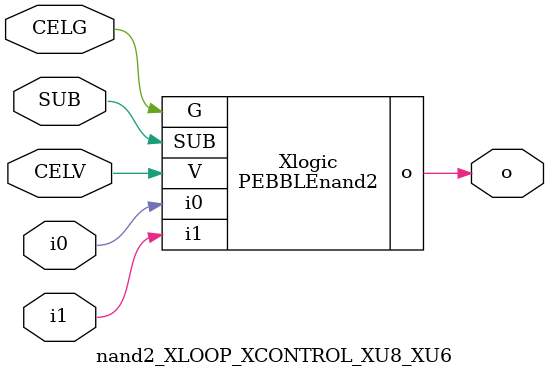
<source format=v>



module PEBBLEnand2 ( o, G, SUB, V, i0, i1 );

  input i0;
  input V;
  input i1;
  input G;
  output o;
  input SUB;
endmodule

//Celera Confidential Do Not Copy nand2_XLOOP_XCONTROL_XU8_XU6
//Celera Confidential Symbol Generator
//5V NAND2
module nand2_XLOOP_XCONTROL_XU8_XU6 (CELV,CELG,i0,i1,o,SUB);
input CELV;
input CELG;
input i0;
input i1;
input SUB;
output o;

//Celera Confidential Do Not Copy nand2
PEBBLEnand2 Xlogic(
.V (CELV),
.i0 (i0),
.i1 (i1),
.o (o),
.SUB (SUB),
.G (CELG)
);
//,diesize,PEBBLEnand2

//Celera Confidential Do Not Copy Module End
//Celera Schematic Generator
endmodule

</source>
